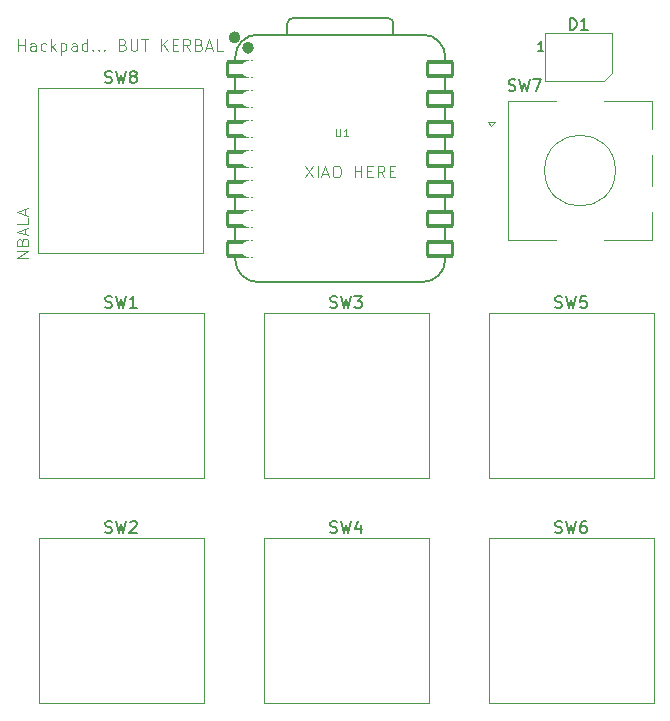
<source format=gto>
G04 #@! TF.GenerationSoftware,KiCad,Pcbnew,9.0.2*
G04 #@! TF.CreationDate,2025-06-17T21:40:11-05:00*
G04 #@! TF.ProjectId,hackapad_but_kerbal,6861636b-6170-4616-945f-6275745f6b65,rev?*
G04 #@! TF.SameCoordinates,Original*
G04 #@! TF.FileFunction,Legend,Top*
G04 #@! TF.FilePolarity,Positive*
%FSLAX46Y46*%
G04 Gerber Fmt 4.6, Leading zero omitted, Abs format (unit mm)*
G04 Created by KiCad (PCBNEW 9.0.2) date 2025-06-17 21:40:11*
%MOMM*%
%LPD*%
G01*
G04 APERTURE LIST*
G04 Aperture macros list*
%AMRoundRect*
0 Rectangle with rounded corners*
0 $1 Rounding radius*
0 $2 $3 $4 $5 $6 $7 $8 $9 X,Y pos of 4 corners*
0 Add a 4 corners polygon primitive as box body*
4,1,4,$2,$3,$4,$5,$6,$7,$8,$9,$2,$3,0*
0 Add four circle primitives for the rounded corners*
1,1,$1+$1,$2,$3*
1,1,$1+$1,$4,$5*
1,1,$1+$1,$6,$7*
1,1,$1+$1,$8,$9*
0 Add four rect primitives between the rounded corners*
20,1,$1+$1,$2,$3,$4,$5,0*
20,1,$1+$1,$4,$5,$6,$7,0*
20,1,$1+$1,$6,$7,$8,$9,0*
20,1,$1+$1,$8,$9,$2,$3,0*%
G04 Aperture macros list end*
%ADD10C,0.100000*%
%ADD11C,0.150000*%
%ADD12C,0.101600*%
%ADD13C,0.120000*%
%ADD14C,0.127000*%
%ADD15C,0.504000*%
%ADD16C,1.700000*%
%ADD17C,4.000000*%
%ADD18C,2.200000*%
%ADD19O,2.200000X1.600000*%
%ADD20C,2.100000*%
%ADD21R,2.000000X2.000000*%
%ADD22C,2.000000*%
%ADD23R,3.200000X2.000000*%
%ADD24RoundRect,0.152400X1.063600X0.609600X-1.063600X0.609600X-1.063600X-0.609600X1.063600X-0.609600X0*%
%ADD25C,1.524000*%
%ADD26RoundRect,0.152400X-1.063600X-0.609600X1.063600X-0.609600X1.063600X0.609600X-1.063600X0.609600X0*%
%ADD27R,1.600000X0.850000*%
G04 APERTURE END LIST*
D10*
X123608646Y-72972419D02*
X124275312Y-73972419D01*
X124275312Y-72972419D02*
X123608646Y-73972419D01*
X124656265Y-73972419D02*
X124656265Y-72972419D01*
X125084836Y-73686704D02*
X125561026Y-73686704D01*
X124989598Y-73972419D02*
X125322931Y-72972419D01*
X125322931Y-72972419D02*
X125656264Y-73972419D01*
X126180074Y-72972419D02*
X126370550Y-72972419D01*
X126370550Y-72972419D02*
X126465788Y-73020038D01*
X126465788Y-73020038D02*
X126561026Y-73115276D01*
X126561026Y-73115276D02*
X126608645Y-73305752D01*
X126608645Y-73305752D02*
X126608645Y-73639085D01*
X126608645Y-73639085D02*
X126561026Y-73829561D01*
X126561026Y-73829561D02*
X126465788Y-73924800D01*
X126465788Y-73924800D02*
X126370550Y-73972419D01*
X126370550Y-73972419D02*
X126180074Y-73972419D01*
X126180074Y-73972419D02*
X126084836Y-73924800D01*
X126084836Y-73924800D02*
X125989598Y-73829561D01*
X125989598Y-73829561D02*
X125941979Y-73639085D01*
X125941979Y-73639085D02*
X125941979Y-73305752D01*
X125941979Y-73305752D02*
X125989598Y-73115276D01*
X125989598Y-73115276D02*
X126084836Y-73020038D01*
X126084836Y-73020038D02*
X126180074Y-72972419D01*
X127799122Y-73972419D02*
X127799122Y-72972419D01*
X127799122Y-73448609D02*
X128370550Y-73448609D01*
X128370550Y-73972419D02*
X128370550Y-72972419D01*
X128846741Y-73448609D02*
X129180074Y-73448609D01*
X129322931Y-73972419D02*
X128846741Y-73972419D01*
X128846741Y-73972419D02*
X128846741Y-72972419D01*
X128846741Y-72972419D02*
X129322931Y-72972419D01*
X130322931Y-73972419D02*
X129989598Y-73496228D01*
X129751503Y-73972419D02*
X129751503Y-72972419D01*
X129751503Y-72972419D02*
X130132455Y-72972419D01*
X130132455Y-72972419D02*
X130227693Y-73020038D01*
X130227693Y-73020038D02*
X130275312Y-73067657D01*
X130275312Y-73067657D02*
X130322931Y-73162895D01*
X130322931Y-73162895D02*
X130322931Y-73305752D01*
X130322931Y-73305752D02*
X130275312Y-73400990D01*
X130275312Y-73400990D02*
X130227693Y-73448609D01*
X130227693Y-73448609D02*
X130132455Y-73496228D01*
X130132455Y-73496228D02*
X129751503Y-73496228D01*
X130751503Y-73448609D02*
X131084836Y-73448609D01*
X131227693Y-73972419D02*
X130751503Y-73972419D01*
X130751503Y-73972419D02*
X130751503Y-72972419D01*
X130751503Y-72972419D02*
X131227693Y-72972419D01*
X100172419Y-80796115D02*
X99172419Y-80796115D01*
X99172419Y-80796115D02*
X100172419Y-80224687D01*
X100172419Y-80224687D02*
X99172419Y-80224687D01*
X99648609Y-79415163D02*
X99696228Y-79272306D01*
X99696228Y-79272306D02*
X99743847Y-79224687D01*
X99743847Y-79224687D02*
X99839085Y-79177068D01*
X99839085Y-79177068D02*
X99981942Y-79177068D01*
X99981942Y-79177068D02*
X100077180Y-79224687D01*
X100077180Y-79224687D02*
X100124800Y-79272306D01*
X100124800Y-79272306D02*
X100172419Y-79367544D01*
X100172419Y-79367544D02*
X100172419Y-79748496D01*
X100172419Y-79748496D02*
X99172419Y-79748496D01*
X99172419Y-79748496D02*
X99172419Y-79415163D01*
X99172419Y-79415163D02*
X99220038Y-79319925D01*
X99220038Y-79319925D02*
X99267657Y-79272306D01*
X99267657Y-79272306D02*
X99362895Y-79224687D01*
X99362895Y-79224687D02*
X99458133Y-79224687D01*
X99458133Y-79224687D02*
X99553371Y-79272306D01*
X99553371Y-79272306D02*
X99600990Y-79319925D01*
X99600990Y-79319925D02*
X99648609Y-79415163D01*
X99648609Y-79415163D02*
X99648609Y-79748496D01*
X99886704Y-78796115D02*
X99886704Y-78319925D01*
X100172419Y-78891353D02*
X99172419Y-78558020D01*
X99172419Y-78558020D02*
X100172419Y-78224687D01*
X100172419Y-77415163D02*
X100172419Y-77891353D01*
X100172419Y-77891353D02*
X99172419Y-77891353D01*
X99886704Y-77129448D02*
X99886704Y-76653258D01*
X100172419Y-77224686D02*
X99172419Y-76891353D01*
X99172419Y-76891353D02*
X100172419Y-76558020D01*
X99303884Y-63272419D02*
X99303884Y-62272419D01*
X99303884Y-62748609D02*
X99875312Y-62748609D01*
X99875312Y-63272419D02*
X99875312Y-62272419D01*
X100780074Y-63272419D02*
X100780074Y-62748609D01*
X100780074Y-62748609D02*
X100732455Y-62653371D01*
X100732455Y-62653371D02*
X100637217Y-62605752D01*
X100637217Y-62605752D02*
X100446741Y-62605752D01*
X100446741Y-62605752D02*
X100351503Y-62653371D01*
X100780074Y-63224800D02*
X100684836Y-63272419D01*
X100684836Y-63272419D02*
X100446741Y-63272419D01*
X100446741Y-63272419D02*
X100351503Y-63224800D01*
X100351503Y-63224800D02*
X100303884Y-63129561D01*
X100303884Y-63129561D02*
X100303884Y-63034323D01*
X100303884Y-63034323D02*
X100351503Y-62939085D01*
X100351503Y-62939085D02*
X100446741Y-62891466D01*
X100446741Y-62891466D02*
X100684836Y-62891466D01*
X100684836Y-62891466D02*
X100780074Y-62843847D01*
X101684836Y-63224800D02*
X101589598Y-63272419D01*
X101589598Y-63272419D02*
X101399122Y-63272419D01*
X101399122Y-63272419D02*
X101303884Y-63224800D01*
X101303884Y-63224800D02*
X101256265Y-63177180D01*
X101256265Y-63177180D02*
X101208646Y-63081942D01*
X101208646Y-63081942D02*
X101208646Y-62796228D01*
X101208646Y-62796228D02*
X101256265Y-62700990D01*
X101256265Y-62700990D02*
X101303884Y-62653371D01*
X101303884Y-62653371D02*
X101399122Y-62605752D01*
X101399122Y-62605752D02*
X101589598Y-62605752D01*
X101589598Y-62605752D02*
X101684836Y-62653371D01*
X102113408Y-63272419D02*
X102113408Y-62272419D01*
X102208646Y-62891466D02*
X102494360Y-63272419D01*
X102494360Y-62605752D02*
X102113408Y-62986704D01*
X102922932Y-62605752D02*
X102922932Y-63605752D01*
X102922932Y-62653371D02*
X103018170Y-62605752D01*
X103018170Y-62605752D02*
X103208646Y-62605752D01*
X103208646Y-62605752D02*
X103303884Y-62653371D01*
X103303884Y-62653371D02*
X103351503Y-62700990D01*
X103351503Y-62700990D02*
X103399122Y-62796228D01*
X103399122Y-62796228D02*
X103399122Y-63081942D01*
X103399122Y-63081942D02*
X103351503Y-63177180D01*
X103351503Y-63177180D02*
X103303884Y-63224800D01*
X103303884Y-63224800D02*
X103208646Y-63272419D01*
X103208646Y-63272419D02*
X103018170Y-63272419D01*
X103018170Y-63272419D02*
X102922932Y-63224800D01*
X104256265Y-63272419D02*
X104256265Y-62748609D01*
X104256265Y-62748609D02*
X104208646Y-62653371D01*
X104208646Y-62653371D02*
X104113408Y-62605752D01*
X104113408Y-62605752D02*
X103922932Y-62605752D01*
X103922932Y-62605752D02*
X103827694Y-62653371D01*
X104256265Y-63224800D02*
X104161027Y-63272419D01*
X104161027Y-63272419D02*
X103922932Y-63272419D01*
X103922932Y-63272419D02*
X103827694Y-63224800D01*
X103827694Y-63224800D02*
X103780075Y-63129561D01*
X103780075Y-63129561D02*
X103780075Y-63034323D01*
X103780075Y-63034323D02*
X103827694Y-62939085D01*
X103827694Y-62939085D02*
X103922932Y-62891466D01*
X103922932Y-62891466D02*
X104161027Y-62891466D01*
X104161027Y-62891466D02*
X104256265Y-62843847D01*
X105161027Y-63272419D02*
X105161027Y-62272419D01*
X105161027Y-63224800D02*
X105065789Y-63272419D01*
X105065789Y-63272419D02*
X104875313Y-63272419D01*
X104875313Y-63272419D02*
X104780075Y-63224800D01*
X104780075Y-63224800D02*
X104732456Y-63177180D01*
X104732456Y-63177180D02*
X104684837Y-63081942D01*
X104684837Y-63081942D02*
X104684837Y-62796228D01*
X104684837Y-62796228D02*
X104732456Y-62700990D01*
X104732456Y-62700990D02*
X104780075Y-62653371D01*
X104780075Y-62653371D02*
X104875313Y-62605752D01*
X104875313Y-62605752D02*
X105065789Y-62605752D01*
X105065789Y-62605752D02*
X105161027Y-62653371D01*
X105637218Y-63177180D02*
X105684837Y-63224800D01*
X105684837Y-63224800D02*
X105637218Y-63272419D01*
X105637218Y-63272419D02*
X105589599Y-63224800D01*
X105589599Y-63224800D02*
X105637218Y-63177180D01*
X105637218Y-63177180D02*
X105637218Y-63272419D01*
X106113408Y-63177180D02*
X106161027Y-63224800D01*
X106161027Y-63224800D02*
X106113408Y-63272419D01*
X106113408Y-63272419D02*
X106065789Y-63224800D01*
X106065789Y-63224800D02*
X106113408Y-63177180D01*
X106113408Y-63177180D02*
X106113408Y-63272419D01*
X106589598Y-63177180D02*
X106637217Y-63224800D01*
X106637217Y-63224800D02*
X106589598Y-63272419D01*
X106589598Y-63272419D02*
X106541979Y-63224800D01*
X106541979Y-63224800D02*
X106589598Y-63177180D01*
X106589598Y-63177180D02*
X106589598Y-63272419D01*
X108161026Y-62748609D02*
X108303883Y-62796228D01*
X108303883Y-62796228D02*
X108351502Y-62843847D01*
X108351502Y-62843847D02*
X108399121Y-62939085D01*
X108399121Y-62939085D02*
X108399121Y-63081942D01*
X108399121Y-63081942D02*
X108351502Y-63177180D01*
X108351502Y-63177180D02*
X108303883Y-63224800D01*
X108303883Y-63224800D02*
X108208645Y-63272419D01*
X108208645Y-63272419D02*
X107827693Y-63272419D01*
X107827693Y-63272419D02*
X107827693Y-62272419D01*
X107827693Y-62272419D02*
X108161026Y-62272419D01*
X108161026Y-62272419D02*
X108256264Y-62320038D01*
X108256264Y-62320038D02*
X108303883Y-62367657D01*
X108303883Y-62367657D02*
X108351502Y-62462895D01*
X108351502Y-62462895D02*
X108351502Y-62558133D01*
X108351502Y-62558133D02*
X108303883Y-62653371D01*
X108303883Y-62653371D02*
X108256264Y-62700990D01*
X108256264Y-62700990D02*
X108161026Y-62748609D01*
X108161026Y-62748609D02*
X107827693Y-62748609D01*
X108827693Y-62272419D02*
X108827693Y-63081942D01*
X108827693Y-63081942D02*
X108875312Y-63177180D01*
X108875312Y-63177180D02*
X108922931Y-63224800D01*
X108922931Y-63224800D02*
X109018169Y-63272419D01*
X109018169Y-63272419D02*
X109208645Y-63272419D01*
X109208645Y-63272419D02*
X109303883Y-63224800D01*
X109303883Y-63224800D02*
X109351502Y-63177180D01*
X109351502Y-63177180D02*
X109399121Y-63081942D01*
X109399121Y-63081942D02*
X109399121Y-62272419D01*
X109732455Y-62272419D02*
X110303883Y-62272419D01*
X110018169Y-63272419D02*
X110018169Y-62272419D01*
X111399122Y-63272419D02*
X111399122Y-62272419D01*
X111970550Y-63272419D02*
X111541979Y-62700990D01*
X111970550Y-62272419D02*
X111399122Y-62843847D01*
X112399122Y-62748609D02*
X112732455Y-62748609D01*
X112875312Y-63272419D02*
X112399122Y-63272419D01*
X112399122Y-63272419D02*
X112399122Y-62272419D01*
X112399122Y-62272419D02*
X112875312Y-62272419D01*
X113875312Y-63272419D02*
X113541979Y-62796228D01*
X113303884Y-63272419D02*
X113303884Y-62272419D01*
X113303884Y-62272419D02*
X113684836Y-62272419D01*
X113684836Y-62272419D02*
X113780074Y-62320038D01*
X113780074Y-62320038D02*
X113827693Y-62367657D01*
X113827693Y-62367657D02*
X113875312Y-62462895D01*
X113875312Y-62462895D02*
X113875312Y-62605752D01*
X113875312Y-62605752D02*
X113827693Y-62700990D01*
X113827693Y-62700990D02*
X113780074Y-62748609D01*
X113780074Y-62748609D02*
X113684836Y-62796228D01*
X113684836Y-62796228D02*
X113303884Y-62796228D01*
X114637217Y-62748609D02*
X114780074Y-62796228D01*
X114780074Y-62796228D02*
X114827693Y-62843847D01*
X114827693Y-62843847D02*
X114875312Y-62939085D01*
X114875312Y-62939085D02*
X114875312Y-63081942D01*
X114875312Y-63081942D02*
X114827693Y-63177180D01*
X114827693Y-63177180D02*
X114780074Y-63224800D01*
X114780074Y-63224800D02*
X114684836Y-63272419D01*
X114684836Y-63272419D02*
X114303884Y-63272419D01*
X114303884Y-63272419D02*
X114303884Y-62272419D01*
X114303884Y-62272419D02*
X114637217Y-62272419D01*
X114637217Y-62272419D02*
X114732455Y-62320038D01*
X114732455Y-62320038D02*
X114780074Y-62367657D01*
X114780074Y-62367657D02*
X114827693Y-62462895D01*
X114827693Y-62462895D02*
X114827693Y-62558133D01*
X114827693Y-62558133D02*
X114780074Y-62653371D01*
X114780074Y-62653371D02*
X114732455Y-62700990D01*
X114732455Y-62700990D02*
X114637217Y-62748609D01*
X114637217Y-62748609D02*
X114303884Y-62748609D01*
X115256265Y-62986704D02*
X115732455Y-62986704D01*
X115161027Y-63272419D02*
X115494360Y-62272419D01*
X115494360Y-62272419D02*
X115827693Y-63272419D01*
X116637217Y-63272419D02*
X116161027Y-63272419D01*
X116161027Y-63272419D02*
X116161027Y-62272419D01*
D11*
X106686667Y-84974450D02*
X106829524Y-85022069D01*
X106829524Y-85022069D02*
X107067619Y-85022069D01*
X107067619Y-85022069D02*
X107162857Y-84974450D01*
X107162857Y-84974450D02*
X107210476Y-84926830D01*
X107210476Y-84926830D02*
X107258095Y-84831592D01*
X107258095Y-84831592D02*
X107258095Y-84736354D01*
X107258095Y-84736354D02*
X107210476Y-84641116D01*
X107210476Y-84641116D02*
X107162857Y-84593497D01*
X107162857Y-84593497D02*
X107067619Y-84545878D01*
X107067619Y-84545878D02*
X106877143Y-84498259D01*
X106877143Y-84498259D02*
X106781905Y-84450640D01*
X106781905Y-84450640D02*
X106734286Y-84403021D01*
X106734286Y-84403021D02*
X106686667Y-84307783D01*
X106686667Y-84307783D02*
X106686667Y-84212545D01*
X106686667Y-84212545D02*
X106734286Y-84117307D01*
X106734286Y-84117307D02*
X106781905Y-84069688D01*
X106781905Y-84069688D02*
X106877143Y-84022069D01*
X106877143Y-84022069D02*
X107115238Y-84022069D01*
X107115238Y-84022069D02*
X107258095Y-84069688D01*
X107591429Y-84022069D02*
X107829524Y-85022069D01*
X107829524Y-85022069D02*
X108020000Y-84307783D01*
X108020000Y-84307783D02*
X108210476Y-85022069D01*
X108210476Y-85022069D02*
X108448572Y-84022069D01*
X109353333Y-85022069D02*
X108781905Y-85022069D01*
X109067619Y-85022069D02*
X109067619Y-84022069D01*
X109067619Y-84022069D02*
X108972381Y-84164926D01*
X108972381Y-84164926D02*
X108877143Y-84260164D01*
X108877143Y-84260164D02*
X108781905Y-84307783D01*
X125736667Y-104033200D02*
X125879524Y-104080819D01*
X125879524Y-104080819D02*
X126117619Y-104080819D01*
X126117619Y-104080819D02*
X126212857Y-104033200D01*
X126212857Y-104033200D02*
X126260476Y-103985580D01*
X126260476Y-103985580D02*
X126308095Y-103890342D01*
X126308095Y-103890342D02*
X126308095Y-103795104D01*
X126308095Y-103795104D02*
X126260476Y-103699866D01*
X126260476Y-103699866D02*
X126212857Y-103652247D01*
X126212857Y-103652247D02*
X126117619Y-103604628D01*
X126117619Y-103604628D02*
X125927143Y-103557009D01*
X125927143Y-103557009D02*
X125831905Y-103509390D01*
X125831905Y-103509390D02*
X125784286Y-103461771D01*
X125784286Y-103461771D02*
X125736667Y-103366533D01*
X125736667Y-103366533D02*
X125736667Y-103271295D01*
X125736667Y-103271295D02*
X125784286Y-103176057D01*
X125784286Y-103176057D02*
X125831905Y-103128438D01*
X125831905Y-103128438D02*
X125927143Y-103080819D01*
X125927143Y-103080819D02*
X126165238Y-103080819D01*
X126165238Y-103080819D02*
X126308095Y-103128438D01*
X126641429Y-103080819D02*
X126879524Y-104080819D01*
X126879524Y-104080819D02*
X127070000Y-103366533D01*
X127070000Y-103366533D02*
X127260476Y-104080819D01*
X127260476Y-104080819D02*
X127498572Y-103080819D01*
X128308095Y-103414152D02*
X128308095Y-104080819D01*
X128070000Y-103033200D02*
X127831905Y-103747485D01*
X127831905Y-103747485D02*
X128450952Y-103747485D01*
X140842917Y-66607200D02*
X140985774Y-66654819D01*
X140985774Y-66654819D02*
X141223869Y-66654819D01*
X141223869Y-66654819D02*
X141319107Y-66607200D01*
X141319107Y-66607200D02*
X141366726Y-66559580D01*
X141366726Y-66559580D02*
X141414345Y-66464342D01*
X141414345Y-66464342D02*
X141414345Y-66369104D01*
X141414345Y-66369104D02*
X141366726Y-66273866D01*
X141366726Y-66273866D02*
X141319107Y-66226247D01*
X141319107Y-66226247D02*
X141223869Y-66178628D01*
X141223869Y-66178628D02*
X141033393Y-66131009D01*
X141033393Y-66131009D02*
X140938155Y-66083390D01*
X140938155Y-66083390D02*
X140890536Y-66035771D01*
X140890536Y-66035771D02*
X140842917Y-65940533D01*
X140842917Y-65940533D02*
X140842917Y-65845295D01*
X140842917Y-65845295D02*
X140890536Y-65750057D01*
X140890536Y-65750057D02*
X140938155Y-65702438D01*
X140938155Y-65702438D02*
X141033393Y-65654819D01*
X141033393Y-65654819D02*
X141271488Y-65654819D01*
X141271488Y-65654819D02*
X141414345Y-65702438D01*
X141747679Y-65654819D02*
X141985774Y-66654819D01*
X141985774Y-66654819D02*
X142176250Y-65940533D01*
X142176250Y-65940533D02*
X142366726Y-66654819D01*
X142366726Y-66654819D02*
X142604822Y-65654819D01*
X142890536Y-65654819D02*
X143557202Y-65654819D01*
X143557202Y-65654819D02*
X143128631Y-66654819D01*
X106686667Y-104024450D02*
X106829524Y-104072069D01*
X106829524Y-104072069D02*
X107067619Y-104072069D01*
X107067619Y-104072069D02*
X107162857Y-104024450D01*
X107162857Y-104024450D02*
X107210476Y-103976830D01*
X107210476Y-103976830D02*
X107258095Y-103881592D01*
X107258095Y-103881592D02*
X107258095Y-103786354D01*
X107258095Y-103786354D02*
X107210476Y-103691116D01*
X107210476Y-103691116D02*
X107162857Y-103643497D01*
X107162857Y-103643497D02*
X107067619Y-103595878D01*
X107067619Y-103595878D02*
X106877143Y-103548259D01*
X106877143Y-103548259D02*
X106781905Y-103500640D01*
X106781905Y-103500640D02*
X106734286Y-103453021D01*
X106734286Y-103453021D02*
X106686667Y-103357783D01*
X106686667Y-103357783D02*
X106686667Y-103262545D01*
X106686667Y-103262545D02*
X106734286Y-103167307D01*
X106734286Y-103167307D02*
X106781905Y-103119688D01*
X106781905Y-103119688D02*
X106877143Y-103072069D01*
X106877143Y-103072069D02*
X107115238Y-103072069D01*
X107115238Y-103072069D02*
X107258095Y-103119688D01*
X107591429Y-103072069D02*
X107829524Y-104072069D01*
X107829524Y-104072069D02*
X108020000Y-103357783D01*
X108020000Y-103357783D02*
X108210476Y-104072069D01*
X108210476Y-104072069D02*
X108448572Y-103072069D01*
X108781905Y-103167307D02*
X108829524Y-103119688D01*
X108829524Y-103119688D02*
X108924762Y-103072069D01*
X108924762Y-103072069D02*
X109162857Y-103072069D01*
X109162857Y-103072069D02*
X109258095Y-103119688D01*
X109258095Y-103119688D02*
X109305714Y-103167307D01*
X109305714Y-103167307D02*
X109353333Y-103262545D01*
X109353333Y-103262545D02*
X109353333Y-103357783D01*
X109353333Y-103357783D02*
X109305714Y-103500640D01*
X109305714Y-103500640D02*
X108734286Y-104072069D01*
X108734286Y-104072069D02*
X109353333Y-104072069D01*
X144786667Y-84983200D02*
X144929524Y-85030819D01*
X144929524Y-85030819D02*
X145167619Y-85030819D01*
X145167619Y-85030819D02*
X145262857Y-84983200D01*
X145262857Y-84983200D02*
X145310476Y-84935580D01*
X145310476Y-84935580D02*
X145358095Y-84840342D01*
X145358095Y-84840342D02*
X145358095Y-84745104D01*
X145358095Y-84745104D02*
X145310476Y-84649866D01*
X145310476Y-84649866D02*
X145262857Y-84602247D01*
X145262857Y-84602247D02*
X145167619Y-84554628D01*
X145167619Y-84554628D02*
X144977143Y-84507009D01*
X144977143Y-84507009D02*
X144881905Y-84459390D01*
X144881905Y-84459390D02*
X144834286Y-84411771D01*
X144834286Y-84411771D02*
X144786667Y-84316533D01*
X144786667Y-84316533D02*
X144786667Y-84221295D01*
X144786667Y-84221295D02*
X144834286Y-84126057D01*
X144834286Y-84126057D02*
X144881905Y-84078438D01*
X144881905Y-84078438D02*
X144977143Y-84030819D01*
X144977143Y-84030819D02*
X145215238Y-84030819D01*
X145215238Y-84030819D02*
X145358095Y-84078438D01*
X145691429Y-84030819D02*
X145929524Y-85030819D01*
X145929524Y-85030819D02*
X146120000Y-84316533D01*
X146120000Y-84316533D02*
X146310476Y-85030819D01*
X146310476Y-85030819D02*
X146548572Y-84030819D01*
X147405714Y-84030819D02*
X146929524Y-84030819D01*
X146929524Y-84030819D02*
X146881905Y-84507009D01*
X146881905Y-84507009D02*
X146929524Y-84459390D01*
X146929524Y-84459390D02*
X147024762Y-84411771D01*
X147024762Y-84411771D02*
X147262857Y-84411771D01*
X147262857Y-84411771D02*
X147358095Y-84459390D01*
X147358095Y-84459390D02*
X147405714Y-84507009D01*
X147405714Y-84507009D02*
X147453333Y-84602247D01*
X147453333Y-84602247D02*
X147453333Y-84840342D01*
X147453333Y-84840342D02*
X147405714Y-84935580D01*
X147405714Y-84935580D02*
X147358095Y-84983200D01*
X147358095Y-84983200D02*
X147262857Y-85030819D01*
X147262857Y-85030819D02*
X147024762Y-85030819D01*
X147024762Y-85030819D02*
X146929524Y-84983200D01*
X146929524Y-84983200D02*
X146881905Y-84935580D01*
X125736667Y-84974450D02*
X125879524Y-85022069D01*
X125879524Y-85022069D02*
X126117619Y-85022069D01*
X126117619Y-85022069D02*
X126212857Y-84974450D01*
X126212857Y-84974450D02*
X126260476Y-84926830D01*
X126260476Y-84926830D02*
X126308095Y-84831592D01*
X126308095Y-84831592D02*
X126308095Y-84736354D01*
X126308095Y-84736354D02*
X126260476Y-84641116D01*
X126260476Y-84641116D02*
X126212857Y-84593497D01*
X126212857Y-84593497D02*
X126117619Y-84545878D01*
X126117619Y-84545878D02*
X125927143Y-84498259D01*
X125927143Y-84498259D02*
X125831905Y-84450640D01*
X125831905Y-84450640D02*
X125784286Y-84403021D01*
X125784286Y-84403021D02*
X125736667Y-84307783D01*
X125736667Y-84307783D02*
X125736667Y-84212545D01*
X125736667Y-84212545D02*
X125784286Y-84117307D01*
X125784286Y-84117307D02*
X125831905Y-84069688D01*
X125831905Y-84069688D02*
X125927143Y-84022069D01*
X125927143Y-84022069D02*
X126165238Y-84022069D01*
X126165238Y-84022069D02*
X126308095Y-84069688D01*
X126641429Y-84022069D02*
X126879524Y-85022069D01*
X126879524Y-85022069D02*
X127070000Y-84307783D01*
X127070000Y-84307783D02*
X127260476Y-85022069D01*
X127260476Y-85022069D02*
X127498572Y-84022069D01*
X127784286Y-84022069D02*
X128403333Y-84022069D01*
X128403333Y-84022069D02*
X128070000Y-84403021D01*
X128070000Y-84403021D02*
X128212857Y-84403021D01*
X128212857Y-84403021D02*
X128308095Y-84450640D01*
X128308095Y-84450640D02*
X128355714Y-84498259D01*
X128355714Y-84498259D02*
X128403333Y-84593497D01*
X128403333Y-84593497D02*
X128403333Y-84831592D01*
X128403333Y-84831592D02*
X128355714Y-84926830D01*
X128355714Y-84926830D02*
X128308095Y-84974450D01*
X128308095Y-84974450D02*
X128212857Y-85022069D01*
X128212857Y-85022069D02*
X127927143Y-85022069D01*
X127927143Y-85022069D02*
X127831905Y-84974450D01*
X127831905Y-84974450D02*
X127784286Y-84926830D01*
D12*
X126226190Y-69854729D02*
X126226190Y-70368776D01*
X126226190Y-70368776D02*
X126256428Y-70429252D01*
X126256428Y-70429252D02*
X126286666Y-70459491D01*
X126286666Y-70459491D02*
X126347142Y-70489729D01*
X126347142Y-70489729D02*
X126468095Y-70489729D01*
X126468095Y-70489729D02*
X126528571Y-70459491D01*
X126528571Y-70459491D02*
X126558809Y-70429252D01*
X126558809Y-70429252D02*
X126589047Y-70368776D01*
X126589047Y-70368776D02*
X126589047Y-69854729D01*
X127224047Y-70489729D02*
X126861190Y-70489729D01*
X127042618Y-70489729D02*
X127042618Y-69854729D01*
X127042618Y-69854729D02*
X126982142Y-69945443D01*
X126982142Y-69945443D02*
X126921666Y-70005919D01*
X126921666Y-70005919D02*
X126861190Y-70036157D01*
D11*
X146011905Y-61479819D02*
X146011905Y-60479819D01*
X146011905Y-60479819D02*
X146250000Y-60479819D01*
X146250000Y-60479819D02*
X146392857Y-60527438D01*
X146392857Y-60527438D02*
X146488095Y-60622676D01*
X146488095Y-60622676D02*
X146535714Y-60717914D01*
X146535714Y-60717914D02*
X146583333Y-60908390D01*
X146583333Y-60908390D02*
X146583333Y-61051247D01*
X146583333Y-61051247D02*
X146535714Y-61241723D01*
X146535714Y-61241723D02*
X146488095Y-61336961D01*
X146488095Y-61336961D02*
X146392857Y-61432200D01*
X146392857Y-61432200D02*
X146250000Y-61479819D01*
X146250000Y-61479819D02*
X146011905Y-61479819D01*
X147535714Y-61479819D02*
X146964286Y-61479819D01*
X147250000Y-61479819D02*
X147250000Y-60479819D01*
X147250000Y-60479819D02*
X147154762Y-60622676D01*
X147154762Y-60622676D02*
X147059524Y-60717914D01*
X147059524Y-60717914D02*
X146964286Y-60765533D01*
X143778571Y-63262295D02*
X143321428Y-63262295D01*
X143550000Y-63262295D02*
X143550000Y-62462295D01*
X143550000Y-62462295D02*
X143473809Y-62576580D01*
X143473809Y-62576580D02*
X143397619Y-62652771D01*
X143397619Y-62652771D02*
X143321428Y-62690866D01*
X144786667Y-104033200D02*
X144929524Y-104080819D01*
X144929524Y-104080819D02*
X145167619Y-104080819D01*
X145167619Y-104080819D02*
X145262857Y-104033200D01*
X145262857Y-104033200D02*
X145310476Y-103985580D01*
X145310476Y-103985580D02*
X145358095Y-103890342D01*
X145358095Y-103890342D02*
X145358095Y-103795104D01*
X145358095Y-103795104D02*
X145310476Y-103699866D01*
X145310476Y-103699866D02*
X145262857Y-103652247D01*
X145262857Y-103652247D02*
X145167619Y-103604628D01*
X145167619Y-103604628D02*
X144977143Y-103557009D01*
X144977143Y-103557009D02*
X144881905Y-103509390D01*
X144881905Y-103509390D02*
X144834286Y-103461771D01*
X144834286Y-103461771D02*
X144786667Y-103366533D01*
X144786667Y-103366533D02*
X144786667Y-103271295D01*
X144786667Y-103271295D02*
X144834286Y-103176057D01*
X144834286Y-103176057D02*
X144881905Y-103128438D01*
X144881905Y-103128438D02*
X144977143Y-103080819D01*
X144977143Y-103080819D02*
X145215238Y-103080819D01*
X145215238Y-103080819D02*
X145358095Y-103128438D01*
X145691429Y-103080819D02*
X145929524Y-104080819D01*
X145929524Y-104080819D02*
X146120000Y-103366533D01*
X146120000Y-103366533D02*
X146310476Y-104080819D01*
X146310476Y-104080819D02*
X146548572Y-103080819D01*
X147358095Y-103080819D02*
X147167619Y-103080819D01*
X147167619Y-103080819D02*
X147072381Y-103128438D01*
X147072381Y-103128438D02*
X147024762Y-103176057D01*
X147024762Y-103176057D02*
X146929524Y-103318914D01*
X146929524Y-103318914D02*
X146881905Y-103509390D01*
X146881905Y-103509390D02*
X146881905Y-103890342D01*
X146881905Y-103890342D02*
X146929524Y-103985580D01*
X146929524Y-103985580D02*
X146977143Y-104033200D01*
X146977143Y-104033200D02*
X147072381Y-104080819D01*
X147072381Y-104080819D02*
X147262857Y-104080819D01*
X147262857Y-104080819D02*
X147358095Y-104033200D01*
X147358095Y-104033200D02*
X147405714Y-103985580D01*
X147405714Y-103985580D02*
X147453333Y-103890342D01*
X147453333Y-103890342D02*
X147453333Y-103652247D01*
X147453333Y-103652247D02*
X147405714Y-103557009D01*
X147405714Y-103557009D02*
X147358095Y-103509390D01*
X147358095Y-103509390D02*
X147262857Y-103461771D01*
X147262857Y-103461771D02*
X147072381Y-103461771D01*
X147072381Y-103461771D02*
X146977143Y-103509390D01*
X146977143Y-103509390D02*
X146929524Y-103557009D01*
X146929524Y-103557009D02*
X146881905Y-103652247D01*
X106666667Y-65933200D02*
X106809524Y-65980819D01*
X106809524Y-65980819D02*
X107047619Y-65980819D01*
X107047619Y-65980819D02*
X107142857Y-65933200D01*
X107142857Y-65933200D02*
X107190476Y-65885580D01*
X107190476Y-65885580D02*
X107238095Y-65790342D01*
X107238095Y-65790342D02*
X107238095Y-65695104D01*
X107238095Y-65695104D02*
X107190476Y-65599866D01*
X107190476Y-65599866D02*
X107142857Y-65552247D01*
X107142857Y-65552247D02*
X107047619Y-65504628D01*
X107047619Y-65504628D02*
X106857143Y-65457009D01*
X106857143Y-65457009D02*
X106761905Y-65409390D01*
X106761905Y-65409390D02*
X106714286Y-65361771D01*
X106714286Y-65361771D02*
X106666667Y-65266533D01*
X106666667Y-65266533D02*
X106666667Y-65171295D01*
X106666667Y-65171295D02*
X106714286Y-65076057D01*
X106714286Y-65076057D02*
X106761905Y-65028438D01*
X106761905Y-65028438D02*
X106857143Y-64980819D01*
X106857143Y-64980819D02*
X107095238Y-64980819D01*
X107095238Y-64980819D02*
X107238095Y-65028438D01*
X107571429Y-64980819D02*
X107809524Y-65980819D01*
X107809524Y-65980819D02*
X108000000Y-65266533D01*
X108000000Y-65266533D02*
X108190476Y-65980819D01*
X108190476Y-65980819D02*
X108428572Y-64980819D01*
X108952381Y-65409390D02*
X108857143Y-65361771D01*
X108857143Y-65361771D02*
X108809524Y-65314152D01*
X108809524Y-65314152D02*
X108761905Y-65218914D01*
X108761905Y-65218914D02*
X108761905Y-65171295D01*
X108761905Y-65171295D02*
X108809524Y-65076057D01*
X108809524Y-65076057D02*
X108857143Y-65028438D01*
X108857143Y-65028438D02*
X108952381Y-64980819D01*
X108952381Y-64980819D02*
X109142857Y-64980819D01*
X109142857Y-64980819D02*
X109238095Y-65028438D01*
X109238095Y-65028438D02*
X109285714Y-65076057D01*
X109285714Y-65076057D02*
X109333333Y-65171295D01*
X109333333Y-65171295D02*
X109333333Y-65218914D01*
X109333333Y-65218914D02*
X109285714Y-65314152D01*
X109285714Y-65314152D02*
X109238095Y-65361771D01*
X109238095Y-65361771D02*
X109142857Y-65409390D01*
X109142857Y-65409390D02*
X108952381Y-65409390D01*
X108952381Y-65409390D02*
X108857143Y-65457009D01*
X108857143Y-65457009D02*
X108809524Y-65504628D01*
X108809524Y-65504628D02*
X108761905Y-65599866D01*
X108761905Y-65599866D02*
X108761905Y-65790342D01*
X108761905Y-65790342D02*
X108809524Y-65885580D01*
X108809524Y-65885580D02*
X108857143Y-65933200D01*
X108857143Y-65933200D02*
X108952381Y-65980819D01*
X108952381Y-65980819D02*
X109142857Y-65980819D01*
X109142857Y-65980819D02*
X109238095Y-65933200D01*
X109238095Y-65933200D02*
X109285714Y-65885580D01*
X109285714Y-65885580D02*
X109333333Y-65790342D01*
X109333333Y-65790342D02*
X109333333Y-65599866D01*
X109333333Y-65599866D02*
X109285714Y-65504628D01*
X109285714Y-65504628D02*
X109238095Y-65457009D01*
X109238095Y-65457009D02*
X109142857Y-65409390D01*
D13*
G04 #@! TO.C,SW1*
X101035000Y-85456250D02*
X115005000Y-85456250D01*
X101035000Y-99426250D02*
X101035000Y-85456250D01*
X115005000Y-85456250D02*
X115005000Y-99426250D01*
X115005000Y-99426250D02*
X101035000Y-99426250D01*
G04 #@! TO.C,SW4*
X120085000Y-104515000D02*
X134055000Y-104515000D01*
X120085000Y-118485000D02*
X120085000Y-104515000D01*
X134055000Y-104515000D02*
X134055000Y-118485000D01*
X134055000Y-118485000D02*
X120085000Y-118485000D01*
G04 #@! TO.C,SW7*
X139076250Y-69300000D02*
X139676250Y-69300000D01*
X139376250Y-69600000D02*
X139076250Y-69300000D01*
X139676250Y-69300000D02*
X139376250Y-69600000D01*
X140776250Y-67500000D02*
X140776250Y-79300000D01*
X144876250Y-67500000D02*
X140776250Y-67500000D01*
X144876250Y-79300000D02*
X140776250Y-79300000D01*
X148876250Y-67500000D02*
X152976250Y-67500000D01*
X152976250Y-67500000D02*
X152976250Y-69900000D01*
X152976250Y-72100000D02*
X152976250Y-74700000D01*
X152976250Y-76900000D02*
X152976250Y-79300000D01*
X152976250Y-79300000D02*
X148876250Y-79300000D01*
X149876250Y-73400000D02*
G75*
G02*
X143876250Y-73400000I-3000000J0D01*
G01*
X143876250Y-73400000D02*
G75*
G02*
X149876250Y-73400000I3000000J0D01*
G01*
G04 #@! TO.C,SW2*
X101035000Y-104506250D02*
X115005000Y-104506250D01*
X101035000Y-118476250D02*
X101035000Y-104506250D01*
X115005000Y-104506250D02*
X115005000Y-118476250D01*
X115005000Y-118476250D02*
X101035000Y-118476250D01*
G04 #@! TO.C,SW5*
X139135000Y-85465000D02*
X153105000Y-85465000D01*
X139135000Y-99435000D02*
X139135000Y-85465000D01*
X153105000Y-85465000D02*
X153105000Y-99435000D01*
X153105000Y-99435000D02*
X139135000Y-99435000D01*
G04 #@! TO.C,SW3*
X120085000Y-85456250D02*
X134055000Y-85456250D01*
X120085000Y-99426250D02*
X120085000Y-85456250D01*
X134055000Y-85456250D02*
X134055000Y-99426250D01*
X134055000Y-99426250D02*
X120085000Y-99426250D01*
D14*
G04 #@! TO.C,U1*
X117690000Y-80929000D02*
X117690000Y-63784000D01*
X119595000Y-82834000D02*
X133565000Y-82834000D01*
X122085000Y-61879000D02*
X122088728Y-60968728D01*
X122588728Y-60469000D02*
X130584000Y-60469000D01*
X131084000Y-60969000D02*
X131084000Y-61879000D01*
D10*
X133565000Y-61879000D02*
X119595000Y-61879000D01*
D14*
X133565000Y-61879000D02*
X119595000Y-61879000D01*
X135470000Y-80929000D02*
X135470000Y-63784000D01*
X117690000Y-63784000D02*
G75*
G02*
X119595000Y-61879000I1905001J-1D01*
G01*
X119595000Y-82834000D02*
G75*
G02*
X117690000Y-80929000I1J1905001D01*
G01*
X122088728Y-60968728D02*
G75*
G02*
X122588728Y-60469001I500018J-291D01*
G01*
X130584000Y-60469000D02*
G75*
G02*
X131084000Y-60969000I0J-500000D01*
G01*
X133565000Y-61879000D02*
G75*
G02*
X135470000Y-63784000I0J-1905000D01*
G01*
X135470000Y-80929000D02*
G75*
G02*
X133565000Y-82834000I-1905000J0D01*
G01*
D15*
X117882000Y-62120000D02*
G75*
G02*
X117378000Y-62120000I-252000J0D01*
G01*
X117378000Y-62120000D02*
G75*
G02*
X117882000Y-62120000I252000J0D01*
G01*
X119025000Y-63000000D02*
G75*
G02*
X118521000Y-63000000I-252000J0D01*
G01*
X118521000Y-63000000D02*
G75*
G02*
X119025000Y-63000000I252000J0D01*
G01*
D13*
G04 #@! TO.C,D1*
X143950000Y-61775000D02*
X143950000Y-65775000D01*
X143950000Y-61775000D02*
X149550000Y-61775000D01*
X143950000Y-65775000D02*
X148950000Y-65775000D01*
X149550000Y-65175000D02*
X148950000Y-65775000D01*
X149550000Y-65175000D02*
X149550000Y-61775000D01*
G04 #@! TO.C,SW6*
X139135000Y-104515000D02*
X153105000Y-104515000D01*
X139135000Y-118485000D02*
X139135000Y-104515000D01*
X153105000Y-104515000D02*
X153105000Y-118485000D01*
X153105000Y-118485000D02*
X139135000Y-118485000D01*
G04 #@! TO.C,SW8*
X101015000Y-66415000D02*
X114985000Y-66415000D01*
X101015000Y-80385000D02*
X101015000Y-66415000D01*
X114985000Y-66415000D02*
X114985000Y-80385000D01*
X114985000Y-80385000D02*
X101015000Y-80385000D01*
G04 #@! TD*
%LPC*%
D16*
G04 #@! TO.C,SW1*
X102940000Y-92441250D03*
D17*
X108020000Y-92441250D03*
D16*
X113100000Y-92441250D03*
D18*
X110560000Y-87361250D03*
X104210000Y-89901250D03*
G04 #@! TD*
D16*
G04 #@! TO.C,SW4*
X121990000Y-111500000D03*
D17*
X127070000Y-111500000D03*
D16*
X132150000Y-111500000D03*
D18*
X129610000Y-106420000D03*
X123260000Y-108960000D03*
G04 #@! TD*
D19*
G04 #@! TO.C,SW7*
X142376250Y-73400000D03*
D20*
X146876250Y-73400000D03*
D21*
X139376250Y-70900000D03*
D22*
X139376250Y-75900000D03*
X139376250Y-73400000D03*
D23*
X146876250Y-67800000D03*
X146876250Y-79000000D03*
D22*
X153876250Y-75900000D03*
X153876250Y-70900000D03*
G04 #@! TD*
D16*
G04 #@! TO.C,SW2*
X102940000Y-111491250D03*
D17*
X108020000Y-111491250D03*
D16*
X113100000Y-111491250D03*
D18*
X110560000Y-106411250D03*
X104210000Y-108951250D03*
G04 #@! TD*
D16*
G04 #@! TO.C,SW5*
X141040000Y-92450000D03*
D17*
X146120000Y-92450000D03*
D16*
X151200000Y-92450000D03*
D18*
X148660000Y-87370000D03*
X142310000Y-89910000D03*
G04 #@! TD*
D16*
G04 #@! TO.C,SW3*
X121990000Y-92441250D03*
D17*
X127070000Y-92441250D03*
D16*
X132150000Y-92441250D03*
D18*
X129610000Y-87361250D03*
X123260000Y-89901250D03*
G04 #@! TD*
D24*
G04 #@! TO.C,U1*
X118125000Y-64800000D03*
D25*
X118960000Y-64800000D03*
D24*
X118125000Y-67340000D03*
D25*
X118960000Y-67340000D03*
D24*
X118125000Y-69880000D03*
D25*
X118960000Y-69880000D03*
D24*
X118125000Y-72420000D03*
D25*
X118960000Y-72420000D03*
D24*
X118125000Y-74960000D03*
D25*
X118960000Y-74960000D03*
D24*
X118125000Y-77500000D03*
D25*
X118960000Y-77500000D03*
D24*
X118125000Y-80040000D03*
D25*
X118960000Y-80040000D03*
X134200000Y-80040000D03*
D26*
X135035000Y-80040000D03*
D25*
X134200000Y-77500000D03*
D26*
X135035000Y-77500000D03*
D25*
X134200000Y-74960000D03*
D26*
X135035000Y-74960000D03*
D25*
X134200000Y-72420000D03*
D26*
X135035000Y-72420000D03*
D25*
X134200000Y-69880000D03*
D26*
X135035000Y-69880000D03*
D25*
X134200000Y-67340000D03*
D26*
X135035000Y-67340000D03*
D25*
X134200000Y-64800000D03*
D26*
X135035000Y-64800000D03*
G04 #@! TD*
D27*
G04 #@! TO.C,D1*
X145000000Y-62900000D03*
X145000000Y-64650000D03*
X148500000Y-64650000D03*
X148500000Y-62900000D03*
G04 #@! TD*
D16*
G04 #@! TO.C,SW6*
X141040000Y-111500000D03*
D17*
X146120000Y-111500000D03*
D16*
X151200000Y-111500000D03*
D18*
X148660000Y-106420000D03*
X142310000Y-108960000D03*
G04 #@! TD*
D16*
G04 #@! TO.C,SW8*
X102920000Y-73400000D03*
D17*
X108000000Y-73400000D03*
D16*
X113080000Y-73400000D03*
D18*
X110540000Y-68320000D03*
X104190000Y-70860000D03*
G04 #@! TD*
%LPD*%
M02*

</source>
